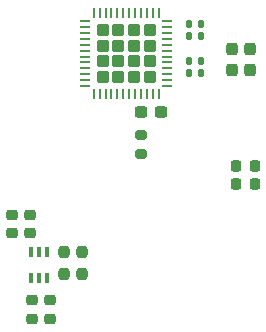
<source format=gbr>
%TF.GenerationSoftware,KiCad,Pcbnew,7.0.8*%
%TF.CreationDate,2024-07-23T00:19:37+04:00*%
%TF.ProjectId,neopixel_eliot_hat,6e656f70-6978-4656-9c5f-656c696f745f,rev?*%
%TF.SameCoordinates,Original*%
%TF.FileFunction,Paste,Top*%
%TF.FilePolarity,Positive*%
%FSLAX46Y46*%
G04 Gerber Fmt 4.6, Leading zero omitted, Abs format (unit mm)*
G04 Created by KiCad (PCBNEW 7.0.8) date 2024-07-23 00:19:37*
%MOMM*%
%LPD*%
G01*
G04 APERTURE LIST*
G04 Aperture macros list*
%AMRoundRect*
0 Rectangle with rounded corners*
0 $1 Rounding radius*
0 $2 $3 $4 $5 $6 $7 $8 $9 X,Y pos of 4 corners*
0 Add a 4 corners polygon primitive as box body*
4,1,4,$2,$3,$4,$5,$6,$7,$8,$9,$2,$3,0*
0 Add four circle primitives for the rounded corners*
1,1,$1+$1,$2,$3*
1,1,$1+$1,$4,$5*
1,1,$1+$1,$6,$7*
1,1,$1+$1,$8,$9*
0 Add four rect primitives between the rounded corners*
20,1,$1+$1,$2,$3,$4,$5,0*
20,1,$1+$1,$4,$5,$6,$7,0*
20,1,$1+$1,$6,$7,$8,$9,0*
20,1,$1+$1,$8,$9,$2,$3,0*%
G04 Aperture macros list end*
%ADD10RoundRect,0.237500X-0.300000X-0.237500X0.300000X-0.237500X0.300000X0.237500X-0.300000X0.237500X0*%
%ADD11RoundRect,0.135000X0.135000X0.185000X-0.135000X0.185000X-0.135000X-0.185000X0.135000X-0.185000X0*%
%ADD12RoundRect,0.200000X0.275000X-0.200000X0.275000X0.200000X-0.275000X0.200000X-0.275000X-0.200000X0*%
%ADD13RoundRect,0.237500X-0.237500X0.300000X-0.237500X-0.300000X0.237500X-0.300000X0.237500X0.300000X0*%
%ADD14RoundRect,0.250000X0.285000X-0.285000X0.285000X0.285000X-0.285000X0.285000X-0.285000X-0.285000X0*%
%ADD15RoundRect,0.062500X0.062500X-0.337500X0.062500X0.337500X-0.062500X0.337500X-0.062500X-0.337500X0*%
%ADD16RoundRect,0.062500X0.337500X-0.062500X0.337500X0.062500X-0.337500X0.062500X-0.337500X-0.062500X0*%
%ADD17RoundRect,0.225000X-0.250000X0.225000X-0.250000X-0.225000X0.250000X-0.225000X0.250000X0.225000X0*%
%ADD18R,0.450000X0.950000*%
%ADD19RoundRect,0.225000X0.250000X-0.225000X0.250000X0.225000X-0.250000X0.225000X-0.250000X-0.225000X0*%
%ADD20RoundRect,0.237500X0.237500X-0.250000X0.237500X0.250000X-0.237500X0.250000X-0.237500X-0.250000X0*%
%ADD21RoundRect,0.225000X0.225000X0.250000X-0.225000X0.250000X-0.225000X-0.250000X0.225000X-0.250000X0*%
G04 APERTURE END LIST*
D10*
%TO.C,C7*%
X105835500Y-67344500D03*
X107560500Y-67344500D03*
%TD*%
D11*
%TO.C,R11*%
X110945500Y-63019500D03*
X109925500Y-63019500D03*
%TD*%
%TO.C,R10*%
X110930500Y-59869500D03*
X109910500Y-59869500D03*
%TD*%
D12*
%TO.C,R1*%
X105835500Y-70894500D03*
X105835500Y-69244500D03*
%TD*%
D13*
%TO.C,C6*%
X113560500Y-62032000D03*
X113560500Y-63757000D03*
%TD*%
D14*
%TO.C,U1*%
X102605500Y-64374500D03*
X103925500Y-64374500D03*
X105245500Y-64374500D03*
X106565500Y-64374500D03*
X102605500Y-63054500D03*
X103925500Y-63054500D03*
X105245500Y-63054500D03*
X106565500Y-63054500D03*
X102605500Y-61734500D03*
X103925500Y-61734500D03*
X105245500Y-61734500D03*
X106565500Y-61734500D03*
X102605500Y-60414500D03*
X103925500Y-60414500D03*
X105245500Y-60414500D03*
X106565500Y-60414500D03*
D15*
X101835500Y-65844500D03*
X102335500Y-65844500D03*
X102835500Y-65844500D03*
X103335500Y-65844500D03*
X103835500Y-65844500D03*
X104335500Y-65844500D03*
X104835500Y-65844500D03*
X105335500Y-65844500D03*
X105835500Y-65844500D03*
X106335500Y-65844500D03*
X106835500Y-65844500D03*
X107335500Y-65844500D03*
D16*
X108035500Y-65144500D03*
X108035500Y-64644500D03*
X108035500Y-64144500D03*
X108035500Y-63644500D03*
X108035500Y-63144500D03*
X108035500Y-62644500D03*
X108035500Y-62144500D03*
X108035500Y-61644500D03*
X108035500Y-61144500D03*
X108035500Y-60644500D03*
X108035500Y-60144500D03*
X108035500Y-59644500D03*
D15*
X107335500Y-58944500D03*
X106835500Y-58944500D03*
X106335500Y-58944500D03*
X105835500Y-58944500D03*
X105335500Y-58944500D03*
X104835500Y-58944500D03*
X104335500Y-58944500D03*
X103835500Y-58944500D03*
X103335500Y-58944500D03*
X102835500Y-58944500D03*
X102335500Y-58944500D03*
X101835500Y-58944500D03*
D16*
X101135500Y-59644500D03*
X101135500Y-60144500D03*
X101135500Y-60644500D03*
X101135500Y-61144500D03*
X101135500Y-61644500D03*
X101135500Y-62144500D03*
X101135500Y-62644500D03*
X101135500Y-63144500D03*
X101135500Y-63644500D03*
X101135500Y-64144500D03*
X101135500Y-64644500D03*
X101135500Y-65144500D03*
%TD*%
D17*
%TO.C,C3*%
X98110500Y-83294500D03*
X98110500Y-84844500D03*
%TD*%
D18*
%TO.C,LV1*%
X96560500Y-81394500D03*
X97210500Y-81394500D03*
X97860500Y-81394500D03*
X97860500Y-79194500D03*
X97210500Y-79194500D03*
X96560500Y-79194500D03*
%TD*%
D19*
%TO.C,C2*%
X94910500Y-77619500D03*
X94910500Y-76069500D03*
%TD*%
D11*
%TO.C,R9*%
X110945500Y-63994500D03*
X109925500Y-63994500D03*
%TD*%
D19*
%TO.C,C4*%
X96460500Y-77619500D03*
X96460500Y-76069500D03*
%TD*%
D13*
%TO.C,C5*%
X115085500Y-62032000D03*
X115085500Y-63757000D03*
%TD*%
D11*
%TO.C,R8*%
X110930500Y-60869500D03*
X109910500Y-60869500D03*
%TD*%
D20*
%TO.C,R2*%
X100835500Y-81027000D03*
X100835500Y-79202000D03*
%TD*%
D17*
%TO.C,C1*%
X96610500Y-83294500D03*
X96610500Y-84844500D03*
%TD*%
D21*
%TO.C,C9*%
X115460500Y-71944500D03*
X113910500Y-71944500D03*
%TD*%
D20*
%TO.C,R3*%
X99310500Y-81027000D03*
X99310500Y-79202000D03*
%TD*%
D21*
%TO.C,C8*%
X115460500Y-73469500D03*
X113910500Y-73469500D03*
%TD*%
M02*

</source>
